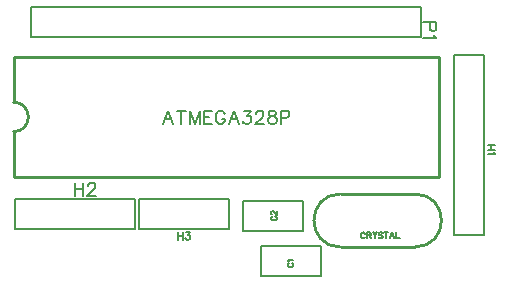
<source format=gto>
G04 Layer: TopSilkLayer*
G04 EasyEDA v6.4.5, 2020-09-09T10:55:23+00:00*
G04 9ae0df8139264758ba9d87524d1a2e77,b97ca10cbf7f413284ca0e80e24dcd20,10*
G04 Gerber Generator version 0.2*
G04 Scale: 100 percent, Rotated: No, Reflected: No *
G04 Dimensions in inches *
G04 leading zeros omitted , absolute positions ,2 integer and 4 decimal *
%FSLAX24Y24*%
%MOIN*%
G90*
G70D02*

%ADD10C,0.010000*%
%ADD22C,0.008000*%
%ADD23C,0.007992*%
%ADD24C,0.007900*%
%ADD25C,0.006000*%

%LPD*%
G54D22*
G01X16950Y7600D02*
G01X16950Y8350D01*
G01X15950Y8350D01*
G01X15950Y2350D01*
G01X16950Y2350D01*
G54D23*
G01X16950Y2350D02*
G01X16950Y7600D01*
G54D10*
G01X12160Y1965D02*
G01X14639Y1965D01*
G01X12160Y3734D02*
G01X14639Y3734D01*
G54D22*
G01X1850Y8950D02*
G01X1850Y9950D01*
G01X14850Y9950D01*
G01X14850Y8950D01*
G01X14100Y8950D01*
G54D23*
G01X1850Y8950D02*
G01X14100Y8950D01*
G54D22*
G01X7700Y2550D02*
G01X8450Y2550D01*
G01X8450Y3550D01*
G01X5450Y3550D01*
G01X5450Y2550D01*
G54D23*
G01X5450Y2550D02*
G01X7700Y2550D01*
G54D24*
G01X10898Y3498D02*
G01X8898Y3498D01*
G01X8898Y2498D01*
G01X10898Y2498D01*
G01X10898Y3498D01*
G01X11498Y1998D02*
G01X9498Y1998D01*
G01X9498Y998D01*
G01X11498Y998D01*
G01X11498Y1998D01*
G54D22*
G01X5300Y3550D02*
G01X5300Y2550D01*
G01X1300Y2550D01*
G01X1300Y3550D01*
G01X2050Y3550D01*
G54D23*
G01X5300Y3550D02*
G01X2050Y3550D01*
G54D10*
G01X1263Y8300D02*
G01X15436Y8300D01*
G01X15436Y8300D02*
G01X15436Y4300D01*
G01X15436Y4300D02*
G01X1263Y4300D01*
G01X1263Y8288D02*
G01X1263Y6792D01*
G01X1263Y5807D02*
G01X1263Y4311D01*
G54D25*
G01X17302Y5350D02*
G01X17064Y5350D01*
G01X17302Y5190D02*
G01X17064Y5190D01*
G01X17189Y5350D02*
G01X17189Y5190D01*
G01X17256Y5115D02*
G01X17268Y5092D01*
G01X17302Y5059D01*
G01X17064Y5059D01*
G01X12985Y2405D02*
G01X12977Y2425D01*
G01X12959Y2442D01*
G01X12940Y2451D01*
G01X12905Y2451D01*
G01X12885Y2442D01*
G01X12868Y2425D01*
G01X12859Y2405D01*
G01X12850Y2378D01*
G01X12850Y2334D01*
G01X12859Y2305D01*
G01X12868Y2288D01*
G01X12885Y2269D01*
G01X12905Y2261D01*
G01X12940Y2261D01*
G01X12959Y2269D01*
G01X12977Y2288D01*
G01X12985Y2305D01*
G01X13046Y2451D02*
G01X13046Y2261D01*
G01X13046Y2451D02*
G01X13127Y2451D01*
G01X13155Y2442D01*
G01X13164Y2434D01*
G01X13173Y2415D01*
G01X13173Y2396D01*
G01X13164Y2378D01*
G01X13155Y2369D01*
G01X13127Y2361D01*
G01X13046Y2361D01*
G01X13110Y2361D02*
G01X13173Y2261D01*
G01X13234Y2451D02*
G01X13306Y2361D01*
G01X13306Y2261D01*
G01X13378Y2451D02*
G01X13306Y2361D01*
G01X13565Y2425D02*
G01X13547Y2442D01*
G01X13521Y2451D01*
G01X13485Y2451D01*
G01X13456Y2442D01*
G01X13439Y2425D01*
G01X13439Y2405D01*
G01X13447Y2388D01*
G01X13456Y2378D01*
G01X13475Y2369D01*
G01X13530Y2351D01*
G01X13547Y2342D01*
G01X13556Y2334D01*
G01X13565Y2315D01*
G01X13565Y2288D01*
G01X13547Y2269D01*
G01X13521Y2261D01*
G01X13485Y2261D01*
G01X13456Y2269D01*
G01X13439Y2288D01*
G01X13689Y2451D02*
G01X13689Y2261D01*
G01X13626Y2451D02*
G01X13753Y2451D01*
G01X13885Y2451D02*
G01X13814Y2261D01*
G01X13885Y2451D02*
G01X13959Y2261D01*
G01X13840Y2325D02*
G01X13931Y2325D01*
G01X14018Y2451D02*
G01X14018Y2261D01*
G01X14018Y2261D02*
G01X14127Y2261D01*
G01X15353Y9450D02*
G01X14925Y9450D01*
G01X15353Y9450D02*
G01X15353Y9265D01*
G01X15334Y9205D01*
G01X15313Y9184D01*
G01X15272Y9163D01*
G01X15210Y9163D01*
G01X15169Y9184D01*
G01X15150Y9205D01*
G01X15128Y9265D01*
G01X15128Y9450D01*
G01X15272Y9028D02*
G01X15293Y8988D01*
G01X15353Y8926D01*
G01X14925Y8926D01*
G01X6750Y2451D02*
G01X6750Y2213D01*
G01X6909Y2451D02*
G01X6909Y2213D01*
G01X6750Y2338D02*
G01X6909Y2338D01*
G01X7006Y2451D02*
G01X7131Y2451D01*
G01X7064Y2361D01*
G01X7097Y2361D01*
G01X7119Y2350D01*
G01X7131Y2338D01*
G01X7143Y2305D01*
G01X7143Y2282D01*
G01X7131Y2248D01*
G01X7109Y2225D01*
G01X7075Y2213D01*
G01X7040Y2213D01*
G01X7006Y2225D01*
G01X6994Y2236D01*
G01X6984Y2259D01*
G01X9893Y2986D02*
G01X9875Y2976D01*
G01X9856Y2959D01*
G01X9847Y2940D01*
G01X9847Y2905D01*
G01X9856Y2886D01*
G01X9875Y2867D01*
G01X9893Y2859D01*
G01X9921Y2850D01*
G01X9965Y2850D01*
G01X9993Y2859D01*
G01X10011Y2867D01*
G01X10030Y2886D01*
G01X10039Y2905D01*
G01X10039Y2940D01*
G01X10030Y2959D01*
G01X10011Y2976D01*
G01X9993Y2986D01*
G01X9893Y3055D02*
G01X9885Y3055D01*
G01X9865Y3065D01*
G01X9856Y3073D01*
G01X9847Y3092D01*
G01X9847Y3128D01*
G01X9856Y3146D01*
G01X9865Y3155D01*
G01X9885Y3165D01*
G01X9902Y3165D01*
G01X9921Y3155D01*
G01X9947Y3136D01*
G01X10039Y3046D01*
G01X10039Y3173D01*
G01X10443Y1436D02*
G01X10425Y1426D01*
G01X10406Y1409D01*
G01X10397Y1390D01*
G01X10397Y1355D01*
G01X10406Y1336D01*
G01X10425Y1317D01*
G01X10443Y1309D01*
G01X10471Y1300D01*
G01X10515Y1300D01*
G01X10543Y1309D01*
G01X10561Y1317D01*
G01X10580Y1336D01*
G01X10589Y1355D01*
G01X10589Y1390D01*
G01X10580Y1409D01*
G01X10561Y1426D01*
G01X10543Y1436D01*
G01X10435Y1496D02*
G01X10425Y1515D01*
G01X10397Y1542D01*
G01X10589Y1542D01*
G01X3300Y4103D02*
G01X3300Y3675D01*
G01X3586Y4103D02*
G01X3586Y3675D01*
G01X3300Y3900D02*
G01X3586Y3900D01*
G01X3742Y4001D02*
G01X3742Y4021D01*
G01X3761Y4063D01*
G01X3782Y4084D01*
G01X3823Y4103D01*
G01X3905Y4103D01*
G01X3946Y4084D01*
G01X3967Y4063D01*
G01X3986Y4021D01*
G01X3986Y3980D01*
G01X3967Y3940D01*
G01X3926Y3878D01*
G01X3721Y3675D01*
G01X4007Y3675D01*
G01X6414Y6503D02*
G01X6250Y6075D01*
G01X6414Y6503D02*
G01X6577Y6075D01*
G01X6310Y6217D02*
G01X6515Y6217D01*
G01X6855Y6503D02*
G01X6855Y6075D01*
G01X6711Y6503D02*
G01X6998Y6503D01*
G01X7134Y6503D02*
G01X7134Y6075D01*
G01X7134Y6503D02*
G01X7297Y6075D01*
G01X7460Y6503D02*
G01X7297Y6075D01*
G01X7460Y6503D02*
G01X7460Y6075D01*
G01X7596Y6503D02*
G01X7596Y6075D01*
G01X7596Y6503D02*
G01X7861Y6503D01*
G01X7596Y6300D02*
G01X7760Y6300D01*
G01X7596Y6075D02*
G01X7861Y6075D01*
G01X8303Y6401D02*
G01X8282Y6442D01*
G01X8242Y6484D01*
G01X8201Y6503D01*
G01X8119Y6503D01*
G01X8078Y6484D01*
G01X8038Y6442D01*
G01X8017Y6401D01*
G01X7997Y6340D01*
G01X7997Y6238D01*
G01X8017Y6176D01*
G01X8038Y6136D01*
G01X8078Y6094D01*
G01X8119Y6075D01*
G01X8201Y6075D01*
G01X8242Y6094D01*
G01X8282Y6136D01*
G01X8303Y6176D01*
G01X8303Y6238D01*
G01X8201Y6238D02*
G01X8303Y6238D01*
G01X8602Y6503D02*
G01X8439Y6075D01*
G01X8602Y6503D02*
G01X8765Y6075D01*
G01X8500Y6217D02*
G01X8705Y6217D01*
G01X8942Y6503D02*
G01X9167Y6503D01*
G01X9043Y6340D01*
G01X9105Y6340D01*
G01X9146Y6319D01*
G01X9167Y6300D01*
G01X9186Y6238D01*
G01X9186Y6196D01*
G01X9167Y6136D01*
G01X9126Y6094D01*
G01X9064Y6075D01*
G01X9002Y6075D01*
G01X8942Y6094D01*
G01X8921Y6115D01*
G01X8901Y6155D01*
G01X9343Y6401D02*
G01X9343Y6421D01*
G01X9363Y6463D01*
G01X9384Y6484D01*
G01X9425Y6503D01*
G01X9506Y6503D01*
G01X9547Y6484D01*
G01X9568Y6463D01*
G01X9588Y6421D01*
G01X9588Y6380D01*
G01X9568Y6340D01*
G01X9527Y6278D01*
G01X9322Y6075D01*
G01X9609Y6075D01*
G01X9846Y6503D02*
G01X9785Y6484D01*
G01X9764Y6442D01*
G01X9764Y6401D01*
G01X9785Y6361D01*
G01X9825Y6340D01*
G01X9906Y6319D01*
G01X9968Y6300D01*
G01X10010Y6259D01*
G01X10030Y6217D01*
G01X10030Y6155D01*
G01X10010Y6115D01*
G01X9989Y6094D01*
G01X9927Y6075D01*
G01X9846Y6075D01*
G01X9785Y6094D01*
G01X9764Y6115D01*
G01X9743Y6155D01*
G01X9743Y6217D01*
G01X9764Y6259D01*
G01X9805Y6300D01*
G01X9865Y6319D01*
G01X9947Y6340D01*
G01X9989Y6361D01*
G01X10010Y6401D01*
G01X10010Y6442D01*
G01X9989Y6484D01*
G01X9927Y6503D01*
G01X9846Y6503D01*
G01X10164Y6503D02*
G01X10164Y6075D01*
G01X10164Y6503D02*
G01X10348Y6503D01*
G01X10410Y6484D01*
G01X10431Y6463D01*
G01X10451Y6421D01*
G01X10451Y6361D01*
G01X10431Y6319D01*
G01X10410Y6300D01*
G01X10348Y6278D01*
G01X10164Y6278D01*
G54D10*
G75*
G01X12160Y3735D02*
G03X12160Y1965I0J-885D01*
G01*
G75*
G01X14640Y1965D02*
G03X14640Y3735I0J885D01*
G01*
G75*
G01X1263Y6792D02*
G02X1263Y5808I-2J-492D01*
G01*
M00*
M02*

</source>
